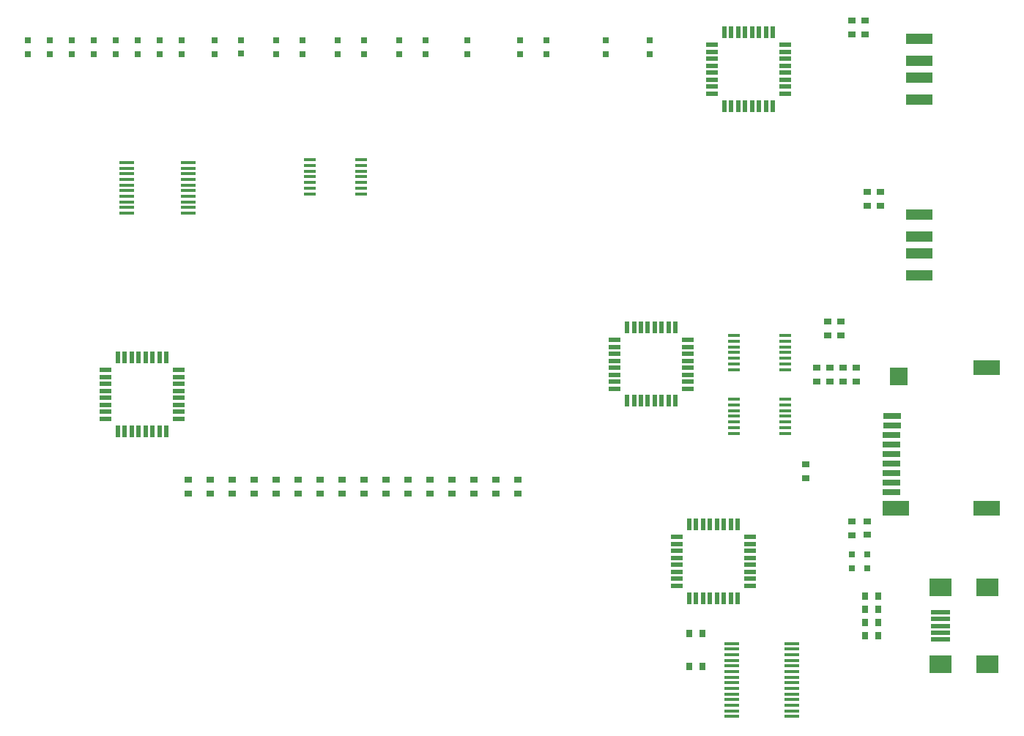
<source format=gtp>
G04*
G04 #@! TF.GenerationSoftware,Altium Limited,Altium Designer,22.3.1 (43)*
G04*
G04 Layer_Color=8421504*
%FSLAX25Y25*%
%MOIN*%
G70*
G04*
G04 #@! TF.SameCoordinates,CC72978B-6F05-4AE3-AFEB-50B74E8C7AD0*
G04*
G04*
G04 #@! TF.FilePolarity,Positive*
G04*
G01*
G75*
%ADD17R,0.02362X0.05807*%
%ADD18R,0.05807X0.02362*%
%ADD19R,0.05807X0.01772*%
%ADD20R,0.12000X0.04724*%
%ADD21R,0.07874X0.02756*%
%ADD22R,0.12000X0.07000*%
%ADD23R,0.07874X0.07874*%
%ADD24R,0.12000X0.07000*%
%ADD25R,0.03150X0.03150*%
%ADD26R,0.03150X0.03740*%
%ADD27R,0.03740X0.03150*%
%ADD28R,0.07087X0.01772*%
%ADD29R,0.06693X0.01772*%
%ADD30R,0.09055X0.01968*%
%ADD31R,0.09843X0.07874*%
D17*
X441425Y346685D02*
D03*
X431976Y313315D02*
D03*
X435126D02*
D03*
X438276D02*
D03*
X441425D02*
D03*
X444575D02*
D03*
X447724D02*
D03*
X450874D02*
D03*
X454024D02*
D03*
Y346685D02*
D03*
X450874D02*
D03*
X447724D02*
D03*
X444575D02*
D03*
X438276D02*
D03*
X435126D02*
D03*
X431976D02*
D03*
X155976Y198685D02*
D03*
X159126D02*
D03*
X162276D02*
D03*
X168575D02*
D03*
X171724D02*
D03*
X174874D02*
D03*
X178024D02*
D03*
Y165315D02*
D03*
X174874D02*
D03*
X171724D02*
D03*
X168575D02*
D03*
X165425D02*
D03*
X162276D02*
D03*
X159126D02*
D03*
X155976D02*
D03*
X165425Y198685D02*
D03*
X415976Y122685D02*
D03*
X419126D02*
D03*
X422276D02*
D03*
X428575D02*
D03*
X431724D02*
D03*
X434874D02*
D03*
X438024D02*
D03*
Y89315D02*
D03*
X434874D02*
D03*
X431724D02*
D03*
X428575D02*
D03*
X425425D02*
D03*
X422276D02*
D03*
X419126D02*
D03*
X415976D02*
D03*
X425425Y122685D02*
D03*
X397150Y212370D02*
D03*
X387701Y179000D02*
D03*
X390850D02*
D03*
X394000D02*
D03*
X397150D02*
D03*
X400299D02*
D03*
X403449D02*
D03*
X406598D02*
D03*
X409748D02*
D03*
Y212370D02*
D03*
X406598D02*
D03*
X403449D02*
D03*
X400299D02*
D03*
X394000D02*
D03*
X390850D02*
D03*
X387701D02*
D03*
D18*
X459685Y325276D02*
D03*
X426315Y341024D02*
D03*
Y337874D02*
D03*
Y334724D02*
D03*
Y331575D02*
D03*
Y328425D02*
D03*
Y325276D02*
D03*
Y322126D02*
D03*
Y318976D02*
D03*
X459685D02*
D03*
Y322126D02*
D03*
Y328425D02*
D03*
Y331575D02*
D03*
Y334724D02*
D03*
Y337874D02*
D03*
Y341024D02*
D03*
X183685Y193024D02*
D03*
Y189874D02*
D03*
Y186724D02*
D03*
Y183575D02*
D03*
Y180425D02*
D03*
Y174126D02*
D03*
Y170976D02*
D03*
X150315D02*
D03*
Y174126D02*
D03*
Y177276D02*
D03*
Y180425D02*
D03*
Y183575D02*
D03*
Y186724D02*
D03*
Y189874D02*
D03*
Y193024D02*
D03*
X183685Y177276D02*
D03*
X443685Y117024D02*
D03*
Y113874D02*
D03*
Y110724D02*
D03*
Y107575D02*
D03*
Y104425D02*
D03*
Y98126D02*
D03*
Y94976D02*
D03*
X410315Y98126D02*
D03*
Y101276D02*
D03*
Y104425D02*
D03*
Y107575D02*
D03*
Y110724D02*
D03*
Y113874D02*
D03*
Y117024D02*
D03*
X443685Y101276D02*
D03*
X410315Y94976D02*
D03*
X415410Y190961D02*
D03*
X382039Y206709D02*
D03*
Y203559D02*
D03*
Y200409D02*
D03*
Y197260D02*
D03*
Y194110D02*
D03*
Y190961D02*
D03*
Y187811D02*
D03*
Y184661D02*
D03*
X415410D02*
D03*
Y187811D02*
D03*
Y194110D02*
D03*
Y197260D02*
D03*
Y200409D02*
D03*
Y203559D02*
D03*
Y206709D02*
D03*
D19*
X459567Y179677D02*
D03*
Y164323D02*
D03*
Y166882D02*
D03*
Y169441D02*
D03*
Y172000D02*
D03*
Y174559D02*
D03*
Y177118D02*
D03*
X436433Y179677D02*
D03*
Y177118D02*
D03*
Y174559D02*
D03*
Y172000D02*
D03*
Y169441D02*
D03*
Y166882D02*
D03*
Y164323D02*
D03*
X459567Y208677D02*
D03*
Y193323D02*
D03*
Y195882D02*
D03*
Y198441D02*
D03*
Y201000D02*
D03*
Y203559D02*
D03*
Y206118D02*
D03*
X436433Y208677D02*
D03*
Y206118D02*
D03*
Y203559D02*
D03*
Y201000D02*
D03*
Y198441D02*
D03*
Y195882D02*
D03*
Y193323D02*
D03*
X266567Y288677D02*
D03*
Y286118D02*
D03*
Y283559D02*
D03*
Y281000D02*
D03*
Y278441D02*
D03*
Y275882D02*
D03*
Y273323D02*
D03*
X243433Y275882D02*
D03*
Y278441D02*
D03*
Y281000D02*
D03*
Y283559D02*
D03*
Y286118D02*
D03*
Y288677D02*
D03*
Y273323D02*
D03*
D20*
X520500Y333937D02*
D03*
Y343779D02*
D03*
Y326063D02*
D03*
Y316220D02*
D03*
Y253937D02*
D03*
Y263779D02*
D03*
Y246063D02*
D03*
Y236221D02*
D03*
D21*
X508152Y137500D02*
D03*
Y141808D02*
D03*
Y146139D02*
D03*
Y154800D02*
D03*
Y159131D02*
D03*
Y163462D02*
D03*
X508181Y172124D02*
D03*
Y167793D02*
D03*
X508152Y150470D02*
D03*
D22*
X551348Y194000D02*
D03*
Y130000D02*
D03*
D23*
X511348Y190000D02*
D03*
D24*
X510120Y130000D02*
D03*
D25*
X256000Y336850D02*
D03*
Y343150D02*
D03*
X200000Y336850D02*
D03*
Y343150D02*
D03*
X228000Y336850D02*
D03*
Y343150D02*
D03*
X378000Y336850D02*
D03*
Y343150D02*
D03*
X185000Y336850D02*
D03*
Y343150D02*
D03*
X175000Y336850D02*
D03*
Y343150D02*
D03*
X125000Y336850D02*
D03*
Y343150D02*
D03*
X155000Y336850D02*
D03*
Y343150D02*
D03*
X115000Y336850D02*
D03*
Y343150D02*
D03*
X165000Y336850D02*
D03*
Y343150D02*
D03*
X398000Y336850D02*
D03*
Y343150D02*
D03*
X135000Y336850D02*
D03*
Y343150D02*
D03*
X145000Y336850D02*
D03*
Y343150D02*
D03*
X268000Y336850D02*
D03*
Y343150D02*
D03*
X240000Y336850D02*
D03*
Y343150D02*
D03*
X296000Y336850D02*
D03*
Y343150D02*
D03*
X212000Y337000D02*
D03*
Y343299D02*
D03*
X284000Y336850D02*
D03*
Y343150D02*
D03*
X315000Y336850D02*
D03*
Y343150D02*
D03*
X490000Y102850D02*
D03*
Y109150D02*
D03*
X497000Y102850D02*
D03*
Y109150D02*
D03*
X339000Y336850D02*
D03*
Y343150D02*
D03*
X351000Y336850D02*
D03*
Y343150D02*
D03*
D26*
X495850Y78000D02*
D03*
X502150D02*
D03*
X415850Y58000D02*
D03*
X422150D02*
D03*
X415850Y73000D02*
D03*
X422150D02*
D03*
X502150Y90000D02*
D03*
X495850D02*
D03*
X502150Y84000D02*
D03*
X495850D02*
D03*
Y72000D02*
D03*
X502150D02*
D03*
D27*
X486000Y194150D02*
D03*
Y187850D02*
D03*
X480000Y194150D02*
D03*
Y187850D02*
D03*
X497000Y118000D02*
D03*
Y124299D02*
D03*
X188000Y143150D02*
D03*
Y136850D02*
D03*
X490000Y117850D02*
D03*
Y124150D02*
D03*
X198000Y143150D02*
D03*
Y136850D02*
D03*
X208000Y143150D02*
D03*
Y136850D02*
D03*
X268000D02*
D03*
Y143150D02*
D03*
X228000D02*
D03*
Y136850D02*
D03*
X218000Y143150D02*
D03*
Y136850D02*
D03*
X248000Y143150D02*
D03*
Y136850D02*
D03*
X238000Y143150D02*
D03*
Y136850D02*
D03*
X338000D02*
D03*
Y143150D02*
D03*
X258000D02*
D03*
Y136850D02*
D03*
X298000D02*
D03*
Y143150D02*
D03*
X308000Y136850D02*
D03*
Y143150D02*
D03*
X278000Y136850D02*
D03*
Y143150D02*
D03*
X288000Y136850D02*
D03*
Y143150D02*
D03*
X328000Y136850D02*
D03*
Y143150D02*
D03*
X318000Y136850D02*
D03*
Y143150D02*
D03*
X469000Y150150D02*
D03*
Y143850D02*
D03*
X474000Y194150D02*
D03*
Y187850D02*
D03*
X496000Y352150D02*
D03*
Y345850D02*
D03*
X492000Y194150D02*
D03*
Y187850D02*
D03*
X485000Y215150D02*
D03*
Y208850D02*
D03*
X503000Y274150D02*
D03*
Y267850D02*
D03*
X490000Y352150D02*
D03*
Y345850D02*
D03*
X479000Y215150D02*
D03*
Y208850D02*
D03*
X497000Y274150D02*
D03*
Y267850D02*
D03*
D28*
X187976Y287516D02*
D03*
Y282398D02*
D03*
Y279839D02*
D03*
Y277279D02*
D03*
Y274721D02*
D03*
Y272161D02*
D03*
Y269602D02*
D03*
Y267043D02*
D03*
Y264484D02*
D03*
X160024Y267043D02*
D03*
Y269602D02*
D03*
Y272161D02*
D03*
Y274721D02*
D03*
Y277279D02*
D03*
Y279839D02*
D03*
Y282398D02*
D03*
Y284957D02*
D03*
X187976D02*
D03*
X160024Y287516D02*
D03*
Y264484D02*
D03*
D29*
X435220Y66075D02*
D03*
Y53280D02*
D03*
X462780Y43043D02*
D03*
Y50721D02*
D03*
Y60957D02*
D03*
Y63516D02*
D03*
Y68634D02*
D03*
Y66075D02*
D03*
Y58398D02*
D03*
Y55839D02*
D03*
Y53280D02*
D03*
Y48161D02*
D03*
Y45602D02*
D03*
Y40484D02*
D03*
Y37925D02*
D03*
Y35366D02*
D03*
X435220D02*
D03*
Y37925D02*
D03*
Y40484D02*
D03*
Y43043D02*
D03*
Y45602D02*
D03*
Y48161D02*
D03*
Y50721D02*
D03*
Y55839D02*
D03*
Y58398D02*
D03*
Y60957D02*
D03*
Y63516D02*
D03*
Y68634D02*
D03*
D30*
X530158Y76661D02*
D03*
Y73512D02*
D03*
Y70362D02*
D03*
Y79811D02*
D03*
Y82961D02*
D03*
D31*
X551811Y94181D02*
D03*
Y59142D02*
D03*
X530158Y94181D02*
D03*
Y59142D02*
D03*
M02*

</source>
